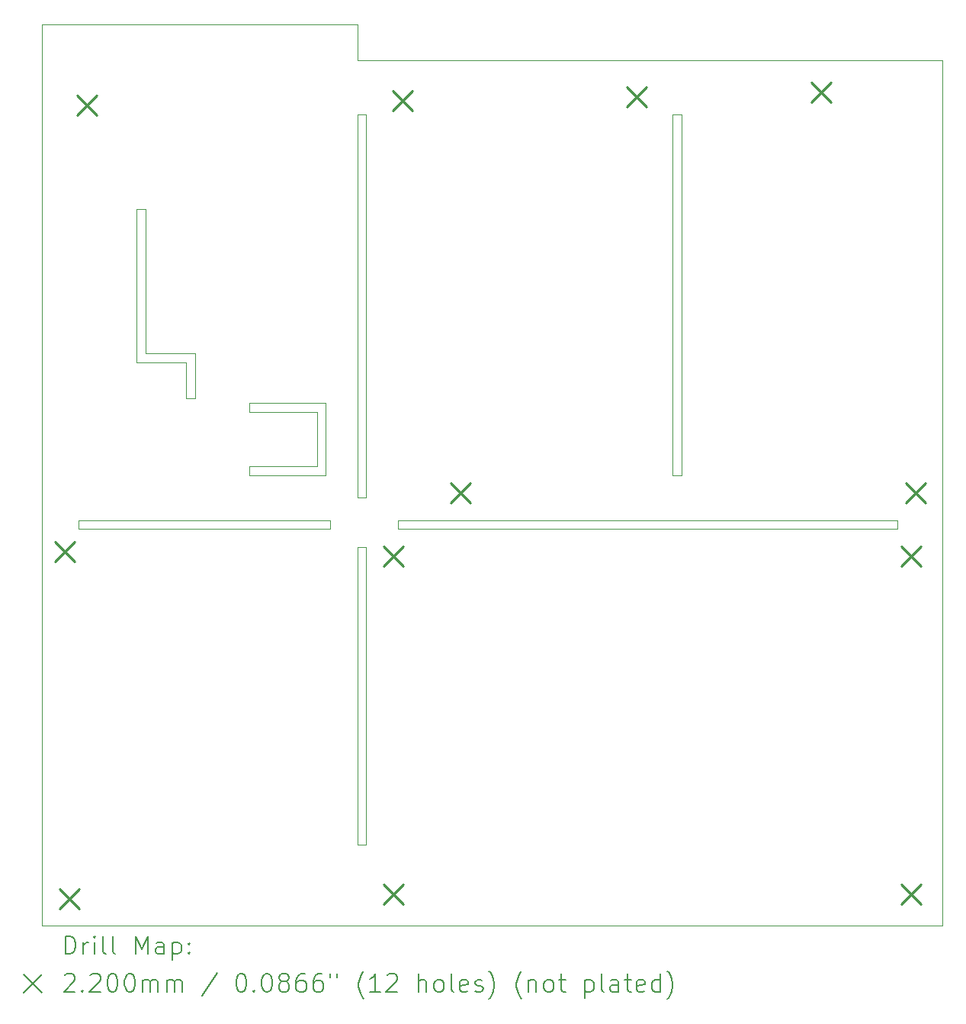
<source format=gbr>
%TF.GenerationSoftware,KiCad,Pcbnew,8.0.6*%
%TF.CreationDate,2024-12-29T21:13:37+01:00*%
%TF.ProjectId,HomeAutomationESP32C2mini_2024_2,486f6d65-4175-4746-9f6d-6174696f6e45,rev?*%
%TF.SameCoordinates,Original*%
%TF.FileFunction,Drillmap*%
%TF.FilePolarity,Positive*%
%FSLAX45Y45*%
G04 Gerber Fmt 4.5, Leading zero omitted, Abs format (unit mm)*
G04 Created by KiCad (PCBNEW 8.0.6) date 2024-12-29 21:13:37*
%MOMM*%
%LPD*%
G01*
G04 APERTURE LIST*
%ADD10C,0.050000*%
%ADD11C,0.200000*%
%ADD12C,0.220000*%
G04 APERTURE END LIST*
D10*
X12000000Y-10000000D02*
X12100000Y-10000000D01*
X8200000Y-10500000D02*
X8200000Y-10600000D01*
X8500000Y-10250000D02*
X8600000Y-10250000D01*
X8950000Y-10600000D02*
X8950000Y-10500000D01*
X8500000Y-10800000D02*
X8600000Y-10800000D01*
X7300000Y-9300000D02*
X7300000Y-9200000D01*
X7300000Y-10000000D02*
X7300000Y-9900000D01*
X12100000Y-6000000D02*
X12000000Y-6000000D01*
X6700000Y-8650000D02*
X6700000Y-9150000D01*
X8150000Y-9200000D02*
X8150000Y-10000000D01*
X6150000Y-8650000D02*
X6700000Y-8650000D01*
X6050000Y-8750000D02*
X6050000Y-7050000D01*
X8600000Y-14100000D02*
X8600000Y-10800000D01*
X8200000Y-10600000D02*
X5400000Y-10600000D01*
X6600000Y-8750000D02*
X6050000Y-8750000D01*
X8950000Y-10600000D02*
X14500000Y-10600000D01*
X15000000Y-15000000D02*
X5600000Y-15000000D01*
X5400000Y-10500000D02*
X8200000Y-10500000D01*
X8050000Y-9300000D02*
X7300000Y-9300000D01*
X12100000Y-10000000D02*
X12100000Y-6000000D01*
X5400000Y-10600000D02*
X5400000Y-10500000D01*
X12000000Y-6000000D02*
X12000000Y-10000000D01*
X5000000Y-15000000D02*
X5000000Y-14300000D01*
X8600000Y-6000000D02*
X8600000Y-10250000D01*
X8500000Y-14100000D02*
X8600000Y-14100000D01*
X5000000Y-5000000D02*
X8500000Y-5000000D01*
X7300000Y-9900000D02*
X8050000Y-9900000D01*
X14500000Y-10600000D02*
X14500000Y-10500000D01*
X6050000Y-7050000D02*
X6150000Y-7050000D01*
X6150000Y-7050000D02*
X6150000Y-8650000D01*
X5000000Y-14300000D02*
X5000000Y-5000000D01*
X5600000Y-15000000D02*
X5000000Y-15000000D01*
X8500000Y-6000000D02*
X8600000Y-6000000D01*
X6700000Y-9150000D02*
X6600000Y-9150000D01*
X8150000Y-10000000D02*
X7300000Y-10000000D01*
X8500000Y-5400000D02*
X15000000Y-5400000D01*
X12100000Y-10500000D02*
X14500000Y-10500000D01*
X8050000Y-9900000D02*
X8050000Y-9300000D01*
X8500000Y-10800000D02*
X8500000Y-14100000D01*
X15000000Y-5400000D02*
X15000000Y-15000000D01*
X12100000Y-10500000D02*
X8950000Y-10500000D01*
X8500000Y-5000000D02*
X8500000Y-5400000D01*
X7300000Y-9200000D02*
X8150000Y-9200000D01*
X6600000Y-9150000D02*
X6600000Y-8750000D01*
X8500000Y-10250000D02*
X8500000Y-6000000D01*
D11*
D12*
X5140000Y-10740000D02*
X5360000Y-10960000D01*
X5360000Y-10740000D02*
X5140000Y-10960000D01*
X5190000Y-14590000D02*
X5410000Y-14810000D01*
X5410000Y-14590000D02*
X5190000Y-14810000D01*
X5390000Y-5788750D02*
X5610000Y-6008750D01*
X5610000Y-5788750D02*
X5390000Y-6008750D01*
X8790000Y-10790000D02*
X9010000Y-11010000D01*
X9010000Y-10790000D02*
X8790000Y-11010000D01*
X8790000Y-14540000D02*
X9010000Y-14760000D01*
X9010000Y-14540000D02*
X8790000Y-14760000D01*
X8890000Y-5740000D02*
X9110000Y-5960000D01*
X9110000Y-5740000D02*
X8890000Y-5960000D01*
X9540000Y-10090000D02*
X9760000Y-10310000D01*
X9760000Y-10090000D02*
X9540000Y-10310000D01*
X11490000Y-5690000D02*
X11710000Y-5910000D01*
X11710000Y-5690000D02*
X11490000Y-5910000D01*
X13540000Y-5640000D02*
X13760000Y-5860000D01*
X13760000Y-5640000D02*
X13540000Y-5860000D01*
X14540000Y-10790000D02*
X14760000Y-11010000D01*
X14760000Y-10790000D02*
X14540000Y-11010000D01*
X14540000Y-14540000D02*
X14760000Y-14760000D01*
X14760000Y-14540000D02*
X14540000Y-14760000D01*
X14590000Y-10090000D02*
X14810000Y-10310000D01*
X14810000Y-10090000D02*
X14590000Y-10310000D01*
D11*
X5258277Y-15313984D02*
X5258277Y-15113984D01*
X5258277Y-15113984D02*
X5305896Y-15113984D01*
X5305896Y-15113984D02*
X5334467Y-15123508D01*
X5334467Y-15123508D02*
X5353515Y-15142555D01*
X5353515Y-15142555D02*
X5363039Y-15161603D01*
X5363039Y-15161603D02*
X5372563Y-15199698D01*
X5372563Y-15199698D02*
X5372563Y-15228269D01*
X5372563Y-15228269D02*
X5363039Y-15266365D01*
X5363039Y-15266365D02*
X5353515Y-15285412D01*
X5353515Y-15285412D02*
X5334467Y-15304460D01*
X5334467Y-15304460D02*
X5305896Y-15313984D01*
X5305896Y-15313984D02*
X5258277Y-15313984D01*
X5458277Y-15313984D02*
X5458277Y-15180650D01*
X5458277Y-15218746D02*
X5467801Y-15199698D01*
X5467801Y-15199698D02*
X5477324Y-15190174D01*
X5477324Y-15190174D02*
X5496372Y-15180650D01*
X5496372Y-15180650D02*
X5515420Y-15180650D01*
X5582086Y-15313984D02*
X5582086Y-15180650D01*
X5582086Y-15113984D02*
X5572563Y-15123508D01*
X5572563Y-15123508D02*
X5582086Y-15133031D01*
X5582086Y-15133031D02*
X5591610Y-15123508D01*
X5591610Y-15123508D02*
X5582086Y-15113984D01*
X5582086Y-15113984D02*
X5582086Y-15133031D01*
X5705896Y-15313984D02*
X5686848Y-15304460D01*
X5686848Y-15304460D02*
X5677324Y-15285412D01*
X5677324Y-15285412D02*
X5677324Y-15113984D01*
X5810658Y-15313984D02*
X5791610Y-15304460D01*
X5791610Y-15304460D02*
X5782086Y-15285412D01*
X5782086Y-15285412D02*
X5782086Y-15113984D01*
X6039229Y-15313984D02*
X6039229Y-15113984D01*
X6039229Y-15113984D02*
X6105896Y-15256841D01*
X6105896Y-15256841D02*
X6172562Y-15113984D01*
X6172562Y-15113984D02*
X6172562Y-15313984D01*
X6353515Y-15313984D02*
X6353515Y-15209222D01*
X6353515Y-15209222D02*
X6343991Y-15190174D01*
X6343991Y-15190174D02*
X6324943Y-15180650D01*
X6324943Y-15180650D02*
X6286848Y-15180650D01*
X6286848Y-15180650D02*
X6267801Y-15190174D01*
X6353515Y-15304460D02*
X6334467Y-15313984D01*
X6334467Y-15313984D02*
X6286848Y-15313984D01*
X6286848Y-15313984D02*
X6267801Y-15304460D01*
X6267801Y-15304460D02*
X6258277Y-15285412D01*
X6258277Y-15285412D02*
X6258277Y-15266365D01*
X6258277Y-15266365D02*
X6267801Y-15247317D01*
X6267801Y-15247317D02*
X6286848Y-15237793D01*
X6286848Y-15237793D02*
X6334467Y-15237793D01*
X6334467Y-15237793D02*
X6353515Y-15228269D01*
X6448753Y-15180650D02*
X6448753Y-15380650D01*
X6448753Y-15190174D02*
X6467801Y-15180650D01*
X6467801Y-15180650D02*
X6505896Y-15180650D01*
X6505896Y-15180650D02*
X6524943Y-15190174D01*
X6524943Y-15190174D02*
X6534467Y-15199698D01*
X6534467Y-15199698D02*
X6543991Y-15218746D01*
X6543991Y-15218746D02*
X6543991Y-15275888D01*
X6543991Y-15275888D02*
X6534467Y-15294936D01*
X6534467Y-15294936D02*
X6524943Y-15304460D01*
X6524943Y-15304460D02*
X6505896Y-15313984D01*
X6505896Y-15313984D02*
X6467801Y-15313984D01*
X6467801Y-15313984D02*
X6448753Y-15304460D01*
X6629705Y-15294936D02*
X6639229Y-15304460D01*
X6639229Y-15304460D02*
X6629705Y-15313984D01*
X6629705Y-15313984D02*
X6620182Y-15304460D01*
X6620182Y-15304460D02*
X6629705Y-15294936D01*
X6629705Y-15294936D02*
X6629705Y-15313984D01*
X6629705Y-15190174D02*
X6639229Y-15199698D01*
X6639229Y-15199698D02*
X6629705Y-15209222D01*
X6629705Y-15209222D02*
X6620182Y-15199698D01*
X6620182Y-15199698D02*
X6629705Y-15190174D01*
X6629705Y-15190174D02*
X6629705Y-15209222D01*
X4797500Y-15542500D02*
X4997500Y-15742500D01*
X4997500Y-15542500D02*
X4797500Y-15742500D01*
X5248753Y-15553031D02*
X5258277Y-15543508D01*
X5258277Y-15543508D02*
X5277324Y-15533984D01*
X5277324Y-15533984D02*
X5324944Y-15533984D01*
X5324944Y-15533984D02*
X5343991Y-15543508D01*
X5343991Y-15543508D02*
X5353515Y-15553031D01*
X5353515Y-15553031D02*
X5363039Y-15572079D01*
X5363039Y-15572079D02*
X5363039Y-15591127D01*
X5363039Y-15591127D02*
X5353515Y-15619698D01*
X5353515Y-15619698D02*
X5239229Y-15733984D01*
X5239229Y-15733984D02*
X5363039Y-15733984D01*
X5448753Y-15714936D02*
X5458277Y-15724460D01*
X5458277Y-15724460D02*
X5448753Y-15733984D01*
X5448753Y-15733984D02*
X5439229Y-15724460D01*
X5439229Y-15724460D02*
X5448753Y-15714936D01*
X5448753Y-15714936D02*
X5448753Y-15733984D01*
X5534467Y-15553031D02*
X5543991Y-15543508D01*
X5543991Y-15543508D02*
X5563039Y-15533984D01*
X5563039Y-15533984D02*
X5610658Y-15533984D01*
X5610658Y-15533984D02*
X5629705Y-15543508D01*
X5629705Y-15543508D02*
X5639229Y-15553031D01*
X5639229Y-15553031D02*
X5648753Y-15572079D01*
X5648753Y-15572079D02*
X5648753Y-15591127D01*
X5648753Y-15591127D02*
X5639229Y-15619698D01*
X5639229Y-15619698D02*
X5524944Y-15733984D01*
X5524944Y-15733984D02*
X5648753Y-15733984D01*
X5772562Y-15533984D02*
X5791610Y-15533984D01*
X5791610Y-15533984D02*
X5810658Y-15543508D01*
X5810658Y-15543508D02*
X5820182Y-15553031D01*
X5820182Y-15553031D02*
X5829705Y-15572079D01*
X5829705Y-15572079D02*
X5839229Y-15610174D01*
X5839229Y-15610174D02*
X5839229Y-15657793D01*
X5839229Y-15657793D02*
X5829705Y-15695888D01*
X5829705Y-15695888D02*
X5820182Y-15714936D01*
X5820182Y-15714936D02*
X5810658Y-15724460D01*
X5810658Y-15724460D02*
X5791610Y-15733984D01*
X5791610Y-15733984D02*
X5772562Y-15733984D01*
X5772562Y-15733984D02*
X5753515Y-15724460D01*
X5753515Y-15724460D02*
X5743991Y-15714936D01*
X5743991Y-15714936D02*
X5734467Y-15695888D01*
X5734467Y-15695888D02*
X5724943Y-15657793D01*
X5724943Y-15657793D02*
X5724943Y-15610174D01*
X5724943Y-15610174D02*
X5734467Y-15572079D01*
X5734467Y-15572079D02*
X5743991Y-15553031D01*
X5743991Y-15553031D02*
X5753515Y-15543508D01*
X5753515Y-15543508D02*
X5772562Y-15533984D01*
X5963039Y-15533984D02*
X5982086Y-15533984D01*
X5982086Y-15533984D02*
X6001134Y-15543508D01*
X6001134Y-15543508D02*
X6010658Y-15553031D01*
X6010658Y-15553031D02*
X6020182Y-15572079D01*
X6020182Y-15572079D02*
X6029705Y-15610174D01*
X6029705Y-15610174D02*
X6029705Y-15657793D01*
X6029705Y-15657793D02*
X6020182Y-15695888D01*
X6020182Y-15695888D02*
X6010658Y-15714936D01*
X6010658Y-15714936D02*
X6001134Y-15724460D01*
X6001134Y-15724460D02*
X5982086Y-15733984D01*
X5982086Y-15733984D02*
X5963039Y-15733984D01*
X5963039Y-15733984D02*
X5943991Y-15724460D01*
X5943991Y-15724460D02*
X5934467Y-15714936D01*
X5934467Y-15714936D02*
X5924943Y-15695888D01*
X5924943Y-15695888D02*
X5915420Y-15657793D01*
X5915420Y-15657793D02*
X5915420Y-15610174D01*
X5915420Y-15610174D02*
X5924943Y-15572079D01*
X5924943Y-15572079D02*
X5934467Y-15553031D01*
X5934467Y-15553031D02*
X5943991Y-15543508D01*
X5943991Y-15543508D02*
X5963039Y-15533984D01*
X6115420Y-15733984D02*
X6115420Y-15600650D01*
X6115420Y-15619698D02*
X6124943Y-15610174D01*
X6124943Y-15610174D02*
X6143991Y-15600650D01*
X6143991Y-15600650D02*
X6172563Y-15600650D01*
X6172563Y-15600650D02*
X6191610Y-15610174D01*
X6191610Y-15610174D02*
X6201134Y-15629222D01*
X6201134Y-15629222D02*
X6201134Y-15733984D01*
X6201134Y-15629222D02*
X6210658Y-15610174D01*
X6210658Y-15610174D02*
X6229705Y-15600650D01*
X6229705Y-15600650D02*
X6258277Y-15600650D01*
X6258277Y-15600650D02*
X6277324Y-15610174D01*
X6277324Y-15610174D02*
X6286848Y-15629222D01*
X6286848Y-15629222D02*
X6286848Y-15733984D01*
X6382086Y-15733984D02*
X6382086Y-15600650D01*
X6382086Y-15619698D02*
X6391610Y-15610174D01*
X6391610Y-15610174D02*
X6410658Y-15600650D01*
X6410658Y-15600650D02*
X6439229Y-15600650D01*
X6439229Y-15600650D02*
X6458277Y-15610174D01*
X6458277Y-15610174D02*
X6467801Y-15629222D01*
X6467801Y-15629222D02*
X6467801Y-15733984D01*
X6467801Y-15629222D02*
X6477324Y-15610174D01*
X6477324Y-15610174D02*
X6496372Y-15600650D01*
X6496372Y-15600650D02*
X6524943Y-15600650D01*
X6524943Y-15600650D02*
X6543991Y-15610174D01*
X6543991Y-15610174D02*
X6553515Y-15629222D01*
X6553515Y-15629222D02*
X6553515Y-15733984D01*
X6943991Y-15524460D02*
X6772563Y-15781603D01*
X7201134Y-15533984D02*
X7220182Y-15533984D01*
X7220182Y-15533984D02*
X7239229Y-15543508D01*
X7239229Y-15543508D02*
X7248753Y-15553031D01*
X7248753Y-15553031D02*
X7258277Y-15572079D01*
X7258277Y-15572079D02*
X7267801Y-15610174D01*
X7267801Y-15610174D02*
X7267801Y-15657793D01*
X7267801Y-15657793D02*
X7258277Y-15695888D01*
X7258277Y-15695888D02*
X7248753Y-15714936D01*
X7248753Y-15714936D02*
X7239229Y-15724460D01*
X7239229Y-15724460D02*
X7220182Y-15733984D01*
X7220182Y-15733984D02*
X7201134Y-15733984D01*
X7201134Y-15733984D02*
X7182086Y-15724460D01*
X7182086Y-15724460D02*
X7172563Y-15714936D01*
X7172563Y-15714936D02*
X7163039Y-15695888D01*
X7163039Y-15695888D02*
X7153515Y-15657793D01*
X7153515Y-15657793D02*
X7153515Y-15610174D01*
X7153515Y-15610174D02*
X7163039Y-15572079D01*
X7163039Y-15572079D02*
X7172563Y-15553031D01*
X7172563Y-15553031D02*
X7182086Y-15543508D01*
X7182086Y-15543508D02*
X7201134Y-15533984D01*
X7353515Y-15714936D02*
X7363039Y-15724460D01*
X7363039Y-15724460D02*
X7353515Y-15733984D01*
X7353515Y-15733984D02*
X7343991Y-15724460D01*
X7343991Y-15724460D02*
X7353515Y-15714936D01*
X7353515Y-15714936D02*
X7353515Y-15733984D01*
X7486848Y-15533984D02*
X7505896Y-15533984D01*
X7505896Y-15533984D02*
X7524944Y-15543508D01*
X7524944Y-15543508D02*
X7534467Y-15553031D01*
X7534467Y-15553031D02*
X7543991Y-15572079D01*
X7543991Y-15572079D02*
X7553515Y-15610174D01*
X7553515Y-15610174D02*
X7553515Y-15657793D01*
X7553515Y-15657793D02*
X7543991Y-15695888D01*
X7543991Y-15695888D02*
X7534467Y-15714936D01*
X7534467Y-15714936D02*
X7524944Y-15724460D01*
X7524944Y-15724460D02*
X7505896Y-15733984D01*
X7505896Y-15733984D02*
X7486848Y-15733984D01*
X7486848Y-15733984D02*
X7467801Y-15724460D01*
X7467801Y-15724460D02*
X7458277Y-15714936D01*
X7458277Y-15714936D02*
X7448753Y-15695888D01*
X7448753Y-15695888D02*
X7439229Y-15657793D01*
X7439229Y-15657793D02*
X7439229Y-15610174D01*
X7439229Y-15610174D02*
X7448753Y-15572079D01*
X7448753Y-15572079D02*
X7458277Y-15553031D01*
X7458277Y-15553031D02*
X7467801Y-15543508D01*
X7467801Y-15543508D02*
X7486848Y-15533984D01*
X7667801Y-15619698D02*
X7648753Y-15610174D01*
X7648753Y-15610174D02*
X7639229Y-15600650D01*
X7639229Y-15600650D02*
X7629706Y-15581603D01*
X7629706Y-15581603D02*
X7629706Y-15572079D01*
X7629706Y-15572079D02*
X7639229Y-15553031D01*
X7639229Y-15553031D02*
X7648753Y-15543508D01*
X7648753Y-15543508D02*
X7667801Y-15533984D01*
X7667801Y-15533984D02*
X7705896Y-15533984D01*
X7705896Y-15533984D02*
X7724944Y-15543508D01*
X7724944Y-15543508D02*
X7734467Y-15553031D01*
X7734467Y-15553031D02*
X7743991Y-15572079D01*
X7743991Y-15572079D02*
X7743991Y-15581603D01*
X7743991Y-15581603D02*
X7734467Y-15600650D01*
X7734467Y-15600650D02*
X7724944Y-15610174D01*
X7724944Y-15610174D02*
X7705896Y-15619698D01*
X7705896Y-15619698D02*
X7667801Y-15619698D01*
X7667801Y-15619698D02*
X7648753Y-15629222D01*
X7648753Y-15629222D02*
X7639229Y-15638746D01*
X7639229Y-15638746D02*
X7629706Y-15657793D01*
X7629706Y-15657793D02*
X7629706Y-15695888D01*
X7629706Y-15695888D02*
X7639229Y-15714936D01*
X7639229Y-15714936D02*
X7648753Y-15724460D01*
X7648753Y-15724460D02*
X7667801Y-15733984D01*
X7667801Y-15733984D02*
X7705896Y-15733984D01*
X7705896Y-15733984D02*
X7724944Y-15724460D01*
X7724944Y-15724460D02*
X7734467Y-15714936D01*
X7734467Y-15714936D02*
X7743991Y-15695888D01*
X7743991Y-15695888D02*
X7743991Y-15657793D01*
X7743991Y-15657793D02*
X7734467Y-15638746D01*
X7734467Y-15638746D02*
X7724944Y-15629222D01*
X7724944Y-15629222D02*
X7705896Y-15619698D01*
X7915420Y-15533984D02*
X7877325Y-15533984D01*
X7877325Y-15533984D02*
X7858277Y-15543508D01*
X7858277Y-15543508D02*
X7848753Y-15553031D01*
X7848753Y-15553031D02*
X7829706Y-15581603D01*
X7829706Y-15581603D02*
X7820182Y-15619698D01*
X7820182Y-15619698D02*
X7820182Y-15695888D01*
X7820182Y-15695888D02*
X7829706Y-15714936D01*
X7829706Y-15714936D02*
X7839229Y-15724460D01*
X7839229Y-15724460D02*
X7858277Y-15733984D01*
X7858277Y-15733984D02*
X7896372Y-15733984D01*
X7896372Y-15733984D02*
X7915420Y-15724460D01*
X7915420Y-15724460D02*
X7924944Y-15714936D01*
X7924944Y-15714936D02*
X7934467Y-15695888D01*
X7934467Y-15695888D02*
X7934467Y-15648269D01*
X7934467Y-15648269D02*
X7924944Y-15629222D01*
X7924944Y-15629222D02*
X7915420Y-15619698D01*
X7915420Y-15619698D02*
X7896372Y-15610174D01*
X7896372Y-15610174D02*
X7858277Y-15610174D01*
X7858277Y-15610174D02*
X7839229Y-15619698D01*
X7839229Y-15619698D02*
X7829706Y-15629222D01*
X7829706Y-15629222D02*
X7820182Y-15648269D01*
X8105896Y-15533984D02*
X8067801Y-15533984D01*
X8067801Y-15533984D02*
X8048753Y-15543508D01*
X8048753Y-15543508D02*
X8039229Y-15553031D01*
X8039229Y-15553031D02*
X8020182Y-15581603D01*
X8020182Y-15581603D02*
X8010658Y-15619698D01*
X8010658Y-15619698D02*
X8010658Y-15695888D01*
X8010658Y-15695888D02*
X8020182Y-15714936D01*
X8020182Y-15714936D02*
X8029706Y-15724460D01*
X8029706Y-15724460D02*
X8048753Y-15733984D01*
X8048753Y-15733984D02*
X8086848Y-15733984D01*
X8086848Y-15733984D02*
X8105896Y-15724460D01*
X8105896Y-15724460D02*
X8115420Y-15714936D01*
X8115420Y-15714936D02*
X8124944Y-15695888D01*
X8124944Y-15695888D02*
X8124944Y-15648269D01*
X8124944Y-15648269D02*
X8115420Y-15629222D01*
X8115420Y-15629222D02*
X8105896Y-15619698D01*
X8105896Y-15619698D02*
X8086848Y-15610174D01*
X8086848Y-15610174D02*
X8048753Y-15610174D01*
X8048753Y-15610174D02*
X8029706Y-15619698D01*
X8029706Y-15619698D02*
X8020182Y-15629222D01*
X8020182Y-15629222D02*
X8010658Y-15648269D01*
X8201134Y-15533984D02*
X8201134Y-15572079D01*
X8277325Y-15533984D02*
X8277325Y-15572079D01*
X8572563Y-15810174D02*
X8563039Y-15800650D01*
X8563039Y-15800650D02*
X8543991Y-15772079D01*
X8543991Y-15772079D02*
X8534468Y-15753031D01*
X8534468Y-15753031D02*
X8524944Y-15724460D01*
X8524944Y-15724460D02*
X8515420Y-15676841D01*
X8515420Y-15676841D02*
X8515420Y-15638746D01*
X8515420Y-15638746D02*
X8524944Y-15591127D01*
X8524944Y-15591127D02*
X8534468Y-15562555D01*
X8534468Y-15562555D02*
X8543991Y-15543508D01*
X8543991Y-15543508D02*
X8563039Y-15514936D01*
X8563039Y-15514936D02*
X8572563Y-15505412D01*
X8753515Y-15733984D02*
X8639230Y-15733984D01*
X8696372Y-15733984D02*
X8696372Y-15533984D01*
X8696372Y-15533984D02*
X8677325Y-15562555D01*
X8677325Y-15562555D02*
X8658277Y-15581603D01*
X8658277Y-15581603D02*
X8639230Y-15591127D01*
X8829706Y-15553031D02*
X8839230Y-15543508D01*
X8839230Y-15543508D02*
X8858277Y-15533984D01*
X8858277Y-15533984D02*
X8905896Y-15533984D01*
X8905896Y-15533984D02*
X8924944Y-15543508D01*
X8924944Y-15543508D02*
X8934468Y-15553031D01*
X8934468Y-15553031D02*
X8943991Y-15572079D01*
X8943991Y-15572079D02*
X8943991Y-15591127D01*
X8943991Y-15591127D02*
X8934468Y-15619698D01*
X8934468Y-15619698D02*
X8820182Y-15733984D01*
X8820182Y-15733984D02*
X8943991Y-15733984D01*
X9182087Y-15733984D02*
X9182087Y-15533984D01*
X9267801Y-15733984D02*
X9267801Y-15629222D01*
X9267801Y-15629222D02*
X9258277Y-15610174D01*
X9258277Y-15610174D02*
X9239230Y-15600650D01*
X9239230Y-15600650D02*
X9210658Y-15600650D01*
X9210658Y-15600650D02*
X9191611Y-15610174D01*
X9191611Y-15610174D02*
X9182087Y-15619698D01*
X9391611Y-15733984D02*
X9372563Y-15724460D01*
X9372563Y-15724460D02*
X9363039Y-15714936D01*
X9363039Y-15714936D02*
X9353515Y-15695888D01*
X9353515Y-15695888D02*
X9353515Y-15638746D01*
X9353515Y-15638746D02*
X9363039Y-15619698D01*
X9363039Y-15619698D02*
X9372563Y-15610174D01*
X9372563Y-15610174D02*
X9391611Y-15600650D01*
X9391611Y-15600650D02*
X9420182Y-15600650D01*
X9420182Y-15600650D02*
X9439230Y-15610174D01*
X9439230Y-15610174D02*
X9448753Y-15619698D01*
X9448753Y-15619698D02*
X9458277Y-15638746D01*
X9458277Y-15638746D02*
X9458277Y-15695888D01*
X9458277Y-15695888D02*
X9448753Y-15714936D01*
X9448753Y-15714936D02*
X9439230Y-15724460D01*
X9439230Y-15724460D02*
X9420182Y-15733984D01*
X9420182Y-15733984D02*
X9391611Y-15733984D01*
X9572563Y-15733984D02*
X9553515Y-15724460D01*
X9553515Y-15724460D02*
X9543992Y-15705412D01*
X9543992Y-15705412D02*
X9543992Y-15533984D01*
X9724944Y-15724460D02*
X9705896Y-15733984D01*
X9705896Y-15733984D02*
X9667801Y-15733984D01*
X9667801Y-15733984D02*
X9648753Y-15724460D01*
X9648753Y-15724460D02*
X9639230Y-15705412D01*
X9639230Y-15705412D02*
X9639230Y-15629222D01*
X9639230Y-15629222D02*
X9648753Y-15610174D01*
X9648753Y-15610174D02*
X9667801Y-15600650D01*
X9667801Y-15600650D02*
X9705896Y-15600650D01*
X9705896Y-15600650D02*
X9724944Y-15610174D01*
X9724944Y-15610174D02*
X9734468Y-15629222D01*
X9734468Y-15629222D02*
X9734468Y-15648269D01*
X9734468Y-15648269D02*
X9639230Y-15667317D01*
X9810658Y-15724460D02*
X9829706Y-15733984D01*
X9829706Y-15733984D02*
X9867801Y-15733984D01*
X9867801Y-15733984D02*
X9886849Y-15724460D01*
X9886849Y-15724460D02*
X9896373Y-15705412D01*
X9896373Y-15705412D02*
X9896373Y-15695888D01*
X9896373Y-15695888D02*
X9886849Y-15676841D01*
X9886849Y-15676841D02*
X9867801Y-15667317D01*
X9867801Y-15667317D02*
X9839230Y-15667317D01*
X9839230Y-15667317D02*
X9820182Y-15657793D01*
X9820182Y-15657793D02*
X9810658Y-15638746D01*
X9810658Y-15638746D02*
X9810658Y-15629222D01*
X9810658Y-15629222D02*
X9820182Y-15610174D01*
X9820182Y-15610174D02*
X9839230Y-15600650D01*
X9839230Y-15600650D02*
X9867801Y-15600650D01*
X9867801Y-15600650D02*
X9886849Y-15610174D01*
X9963039Y-15810174D02*
X9972563Y-15800650D01*
X9972563Y-15800650D02*
X9991611Y-15772079D01*
X9991611Y-15772079D02*
X10001134Y-15753031D01*
X10001134Y-15753031D02*
X10010658Y-15724460D01*
X10010658Y-15724460D02*
X10020182Y-15676841D01*
X10020182Y-15676841D02*
X10020182Y-15638746D01*
X10020182Y-15638746D02*
X10010658Y-15591127D01*
X10010658Y-15591127D02*
X10001134Y-15562555D01*
X10001134Y-15562555D02*
X9991611Y-15543508D01*
X9991611Y-15543508D02*
X9972563Y-15514936D01*
X9972563Y-15514936D02*
X9963039Y-15505412D01*
X10324944Y-15810174D02*
X10315420Y-15800650D01*
X10315420Y-15800650D02*
X10296373Y-15772079D01*
X10296373Y-15772079D02*
X10286849Y-15753031D01*
X10286849Y-15753031D02*
X10277325Y-15724460D01*
X10277325Y-15724460D02*
X10267801Y-15676841D01*
X10267801Y-15676841D02*
X10267801Y-15638746D01*
X10267801Y-15638746D02*
X10277325Y-15591127D01*
X10277325Y-15591127D02*
X10286849Y-15562555D01*
X10286849Y-15562555D02*
X10296373Y-15543508D01*
X10296373Y-15543508D02*
X10315420Y-15514936D01*
X10315420Y-15514936D02*
X10324944Y-15505412D01*
X10401134Y-15600650D02*
X10401134Y-15733984D01*
X10401134Y-15619698D02*
X10410658Y-15610174D01*
X10410658Y-15610174D02*
X10429706Y-15600650D01*
X10429706Y-15600650D02*
X10458277Y-15600650D01*
X10458277Y-15600650D02*
X10477325Y-15610174D01*
X10477325Y-15610174D02*
X10486849Y-15629222D01*
X10486849Y-15629222D02*
X10486849Y-15733984D01*
X10610658Y-15733984D02*
X10591611Y-15724460D01*
X10591611Y-15724460D02*
X10582087Y-15714936D01*
X10582087Y-15714936D02*
X10572563Y-15695888D01*
X10572563Y-15695888D02*
X10572563Y-15638746D01*
X10572563Y-15638746D02*
X10582087Y-15619698D01*
X10582087Y-15619698D02*
X10591611Y-15610174D01*
X10591611Y-15610174D02*
X10610658Y-15600650D01*
X10610658Y-15600650D02*
X10639230Y-15600650D01*
X10639230Y-15600650D02*
X10658277Y-15610174D01*
X10658277Y-15610174D02*
X10667801Y-15619698D01*
X10667801Y-15619698D02*
X10677325Y-15638746D01*
X10677325Y-15638746D02*
X10677325Y-15695888D01*
X10677325Y-15695888D02*
X10667801Y-15714936D01*
X10667801Y-15714936D02*
X10658277Y-15724460D01*
X10658277Y-15724460D02*
X10639230Y-15733984D01*
X10639230Y-15733984D02*
X10610658Y-15733984D01*
X10734468Y-15600650D02*
X10810658Y-15600650D01*
X10763039Y-15533984D02*
X10763039Y-15705412D01*
X10763039Y-15705412D02*
X10772563Y-15724460D01*
X10772563Y-15724460D02*
X10791611Y-15733984D01*
X10791611Y-15733984D02*
X10810658Y-15733984D01*
X11029706Y-15600650D02*
X11029706Y-15800650D01*
X11029706Y-15610174D02*
X11048754Y-15600650D01*
X11048754Y-15600650D02*
X11086849Y-15600650D01*
X11086849Y-15600650D02*
X11105896Y-15610174D01*
X11105896Y-15610174D02*
X11115420Y-15619698D01*
X11115420Y-15619698D02*
X11124944Y-15638746D01*
X11124944Y-15638746D02*
X11124944Y-15695888D01*
X11124944Y-15695888D02*
X11115420Y-15714936D01*
X11115420Y-15714936D02*
X11105896Y-15724460D01*
X11105896Y-15724460D02*
X11086849Y-15733984D01*
X11086849Y-15733984D02*
X11048754Y-15733984D01*
X11048754Y-15733984D02*
X11029706Y-15724460D01*
X11239230Y-15733984D02*
X11220182Y-15724460D01*
X11220182Y-15724460D02*
X11210658Y-15705412D01*
X11210658Y-15705412D02*
X11210658Y-15533984D01*
X11401134Y-15733984D02*
X11401134Y-15629222D01*
X11401134Y-15629222D02*
X11391611Y-15610174D01*
X11391611Y-15610174D02*
X11372563Y-15600650D01*
X11372563Y-15600650D02*
X11334468Y-15600650D01*
X11334468Y-15600650D02*
X11315420Y-15610174D01*
X11401134Y-15724460D02*
X11382087Y-15733984D01*
X11382087Y-15733984D02*
X11334468Y-15733984D01*
X11334468Y-15733984D02*
X11315420Y-15724460D01*
X11315420Y-15724460D02*
X11305896Y-15705412D01*
X11305896Y-15705412D02*
X11305896Y-15686365D01*
X11305896Y-15686365D02*
X11315420Y-15667317D01*
X11315420Y-15667317D02*
X11334468Y-15657793D01*
X11334468Y-15657793D02*
X11382087Y-15657793D01*
X11382087Y-15657793D02*
X11401134Y-15648269D01*
X11467801Y-15600650D02*
X11543992Y-15600650D01*
X11496373Y-15533984D02*
X11496373Y-15705412D01*
X11496373Y-15705412D02*
X11505896Y-15724460D01*
X11505896Y-15724460D02*
X11524944Y-15733984D01*
X11524944Y-15733984D02*
X11543992Y-15733984D01*
X11686849Y-15724460D02*
X11667801Y-15733984D01*
X11667801Y-15733984D02*
X11629706Y-15733984D01*
X11629706Y-15733984D02*
X11610658Y-15724460D01*
X11610658Y-15724460D02*
X11601134Y-15705412D01*
X11601134Y-15705412D02*
X11601134Y-15629222D01*
X11601134Y-15629222D02*
X11610658Y-15610174D01*
X11610658Y-15610174D02*
X11629706Y-15600650D01*
X11629706Y-15600650D02*
X11667801Y-15600650D01*
X11667801Y-15600650D02*
X11686849Y-15610174D01*
X11686849Y-15610174D02*
X11696373Y-15629222D01*
X11696373Y-15629222D02*
X11696373Y-15648269D01*
X11696373Y-15648269D02*
X11601134Y-15667317D01*
X11867801Y-15733984D02*
X11867801Y-15533984D01*
X11867801Y-15724460D02*
X11848754Y-15733984D01*
X11848754Y-15733984D02*
X11810658Y-15733984D01*
X11810658Y-15733984D02*
X11791611Y-15724460D01*
X11791611Y-15724460D02*
X11782087Y-15714936D01*
X11782087Y-15714936D02*
X11772563Y-15695888D01*
X11772563Y-15695888D02*
X11772563Y-15638746D01*
X11772563Y-15638746D02*
X11782087Y-15619698D01*
X11782087Y-15619698D02*
X11791611Y-15610174D01*
X11791611Y-15610174D02*
X11810658Y-15600650D01*
X11810658Y-15600650D02*
X11848754Y-15600650D01*
X11848754Y-15600650D02*
X11867801Y-15610174D01*
X11943992Y-15810174D02*
X11953515Y-15800650D01*
X11953515Y-15800650D02*
X11972563Y-15772079D01*
X11972563Y-15772079D02*
X11982087Y-15753031D01*
X11982087Y-15753031D02*
X11991611Y-15724460D01*
X11991611Y-15724460D02*
X12001134Y-15676841D01*
X12001134Y-15676841D02*
X12001134Y-15638746D01*
X12001134Y-15638746D02*
X11991611Y-15591127D01*
X11991611Y-15591127D02*
X11982087Y-15562555D01*
X11982087Y-15562555D02*
X11972563Y-15543508D01*
X11972563Y-15543508D02*
X11953515Y-15514936D01*
X11953515Y-15514936D02*
X11943992Y-15505412D01*
M02*

</source>
